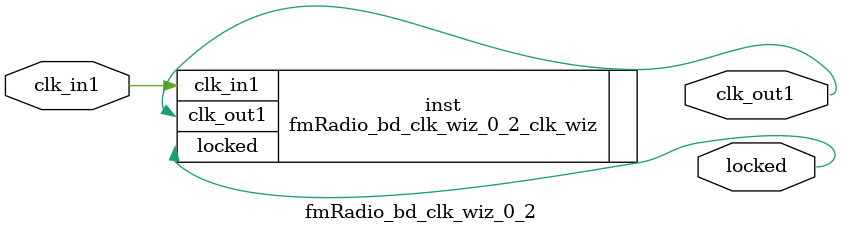
<source format=v>


`timescale 1ps/1ps

(* CORE_GENERATION_INFO = "fmRadio_bd_clk_wiz_0_2,clk_wiz_v6_0_3_0_0,{component_name=fmRadio_bd_clk_wiz_0_2,use_phase_alignment=true,use_min_o_jitter=false,use_max_i_jitter=false,use_dyn_phase_shift=false,use_inclk_switchover=false,use_dyn_reconfig=false,enable_axi=0,feedback_source=FDBK_AUTO,PRIMITIVE=MMCM,num_out_clk=1,clkin1_period=20.000,clkin2_period=10.0,use_power_down=false,use_reset=false,use_locked=true,use_inclk_stopped=false,feedback_type=SINGLE,CLOCK_MGR_TYPE=NA,manual_override=false}" *)

module fmRadio_bd_clk_wiz_0_2 
 (
  // Clock out ports
  output        clk_out1,
  // Status and control signals
  output        locked,
 // Clock in ports
  input         clk_in1
 );

  fmRadio_bd_clk_wiz_0_2_clk_wiz inst
  (
  // Clock out ports  
  .clk_out1(clk_out1),
  // Status and control signals               
  .locked(locked),
 // Clock in ports
  .clk_in1(clk_in1)
  );

endmodule

</source>
